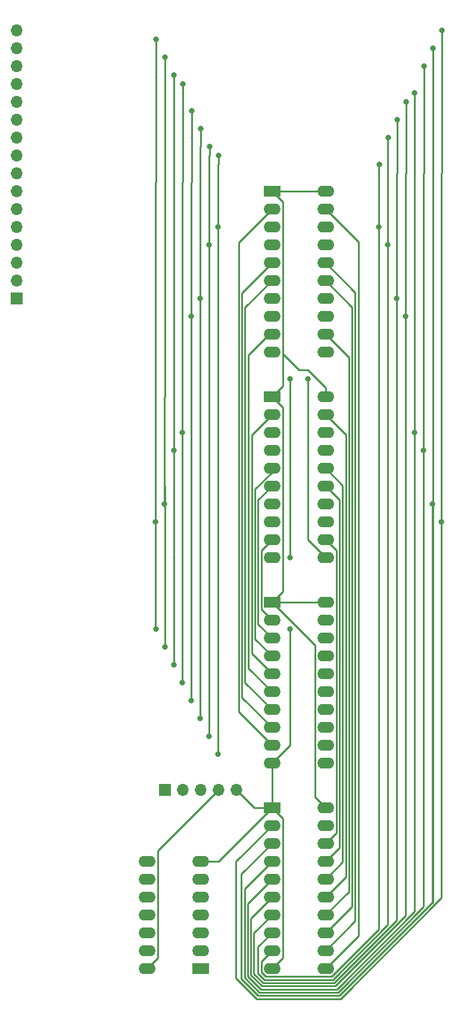
<source format=gbr>
%TF.GenerationSoftware,KiCad,Pcbnew,6.0.8-1.fc36*%
%TF.CreationDate,2022-10-27T22:21:34-04:00*%
%TF.ProjectId,16bit_computer,31366269-745f-4636-9f6d-70757465722e,rev?*%
%TF.SameCoordinates,Original*%
%TF.FileFunction,Copper,L2,Bot*%
%TF.FilePolarity,Positive*%
%FSLAX46Y46*%
G04 Gerber Fmt 4.6, Leading zero omitted, Abs format (unit mm)*
G04 Created by KiCad (PCBNEW 6.0.8-1.fc36) date 2022-10-27 22:21:34*
%MOMM*%
%LPD*%
G01*
G04 APERTURE LIST*
%TA.AperFunction,ComponentPad*%
%ADD10R,2.400000X1.600000*%
%TD*%
%TA.AperFunction,ComponentPad*%
%ADD11O,2.400000X1.600000*%
%TD*%
%TA.AperFunction,ComponentPad*%
%ADD12R,1.700000X1.700000*%
%TD*%
%TA.AperFunction,ComponentPad*%
%ADD13O,1.700000X1.700000*%
%TD*%
%TA.AperFunction,ViaPad*%
%ADD14C,0.800000*%
%TD*%
%TA.AperFunction,Conductor*%
%ADD15C,0.250000*%
%TD*%
G04 APERTURE END LIST*
D10*
%TO.P,U4,1,Dir*%
%TO.N,Vss*%
X62230000Y-158750000D03*
D11*
%TO.P,U4,2*%
%TO.N,/16*%
X62230000Y-161290000D03*
%TO.P,U4,3*%
%TO.N,/14*%
X62230000Y-163830000D03*
%TO.P,U4,4*%
%TO.N,/12*%
X62230000Y-166370000D03*
%TO.P,U4,5*%
%TO.N,/9*%
X62230000Y-168910000D03*
%TO.P,U4,6*%
%TO.N,/8*%
X62230000Y-171450000D03*
%TO.P,U4,7*%
%TO.N,/6*%
X62230000Y-173990000D03*
%TO.P,U4,8*%
%TO.N,/4*%
X62230000Y-176530000D03*
%TO.P,U4,9*%
%TO.N,/1*%
X62230000Y-179070000D03*
%TO.P,U4,10,Vss*%
%TO.N,Vss*%
X62230000Y-181610000D03*
%TO.P,U4,11*%
%TO.N,Net-(D1-Pad2)*%
X69850000Y-181610000D03*
%TO.P,U4,12*%
%TO.N,Net-(D4-Pad2)*%
X69850000Y-179070000D03*
%TO.P,U4,13*%
%TO.N,Net-(D6-Pad2)*%
X69850000Y-176530000D03*
%TO.P,U4,14*%
%TO.N,Net-(D8-Pad2)*%
X69850000Y-173990000D03*
%TO.P,U4,15*%
%TO.N,Net-(D9-Pad2)*%
X69850000Y-171450000D03*
%TO.P,U4,16*%
%TO.N,Net-(D12-Pad2)*%
X69850000Y-168910000D03*
%TO.P,U4,17*%
%TO.N,Net-(D14-Pad2)*%
X69850000Y-166370000D03*
%TO.P,U4,18*%
%TO.N,Net-(D16-Pad2)*%
X69850000Y-163830000D03*
%TO.P,U4,19,~{G}*%
%TO.N,/~{ENABLE}*%
X69850000Y-161290000D03*
%TO.P,U4,20,Vdd*%
%TO.N,Vdd*%
X69850000Y-158750000D03*
%TD*%
D10*
%TO.P,U2,1,~{E}*%
%TO.N,Vdd*%
X62230000Y-71120000D03*
D11*
%TO.P,U2,2*%
%TO.N,Net-(D2-Pad2)*%
X62230000Y-73660000D03*
%TO.P,U2,3*%
%TO.N,/2*%
X62230000Y-76200000D03*
%TO.P,U2,4*%
%TO.N,/3*%
X62230000Y-78740000D03*
%TO.P,U2,5*%
%TO.N,Net-(D3-Pad2)*%
X62230000Y-81280000D03*
%TO.P,U2,6*%
%TO.N,Net-(D5-Pad2)*%
X62230000Y-83820000D03*
%TO.P,U2,7*%
%TO.N,/5*%
X62230000Y-86360000D03*
%TO.P,U2,8*%
%TO.N,/7*%
X62230000Y-88900000D03*
%TO.P,U2,9*%
%TO.N,Net-(D7-Pad2)*%
X62230000Y-91440000D03*
%TO.P,U2,10,Vss*%
%TO.N,Vss*%
X62230000Y-93980000D03*
%TO.P,U2,11,Ck*%
%TO.N,Net-(J3-Pad6)*%
X69850000Y-93980000D03*
%TO.P,U2,12*%
%TO.N,Net-(D8-Pad2)*%
X69850000Y-91440000D03*
%TO.P,U2,13*%
%TO.N,/8*%
X69850000Y-88900000D03*
%TO.P,U2,14*%
%TO.N,/6*%
X69850000Y-86360000D03*
%TO.P,U2,15*%
%TO.N,Net-(D6-Pad2)*%
X69850000Y-83820000D03*
%TO.P,U2,16*%
%TO.N,Net-(D4-Pad2)*%
X69850000Y-81280000D03*
%TO.P,U2,17*%
%TO.N,/4*%
X69850000Y-78740000D03*
%TO.P,U2,18*%
%TO.N,/1*%
X69850000Y-76200000D03*
%TO.P,U2,19*%
%TO.N,Net-(D1-Pad2)*%
X69850000Y-73660000D03*
%TO.P,U2,20,Vdd*%
%TO.N,Vdd*%
X69850000Y-71120000D03*
%TD*%
D10*
%TO.P,J3,1,Pin_1*%
%TO.N,unconnected-(J3-Pad1)*%
X52085000Y-181610000D03*
D11*
%TO.P,J3,2,Pin_2*%
%TO.N,unconnected-(J3-Pad2)*%
X52085000Y-179070000D03*
%TO.P,J3,3,Pin_3*%
%TO.N,unconnected-(J3-Pad3)*%
X52085000Y-176530000D03*
%TO.P,J3,4,Pin_4*%
%TO.N,/CLK*%
X52085000Y-173990000D03*
%TO.P,J3,5,Pin_5*%
%TO.N,/LOAD*%
X52085000Y-171450000D03*
%TO.P,J3,6,Pin_6*%
%TO.N,Net-(J3-Pad6)*%
X52085000Y-168910000D03*
%TO.P,J3,7,Pin_7*%
%TO.N,Vss*%
X52085000Y-166370000D03*
%TO.P,J3,8,Pin_8*%
%TO.N,unconnected-(J3-Pad8)*%
X44465000Y-166370000D03*
%TO.P,J3,9,Pin_9*%
%TO.N,unconnected-(J3-Pad9)*%
X44465000Y-168910000D03*
%TO.P,J3,10,Pin_10*%
%TO.N,unconnected-(J3-Pad10)*%
X44465000Y-171450000D03*
%TO.P,J3,11,Pin_11*%
%TO.N,unconnected-(J3-Pad11)*%
X44465000Y-173990000D03*
%TO.P,J3,12,Pin_12*%
%TO.N,unconnected-(J3-Pad12)*%
X44465000Y-176530000D03*
%TO.P,J3,13,Pin_13*%
%TO.N,unconnected-(J3-Pad13)*%
X44465000Y-179070000D03*
%TO.P,J3,14,Pin_14*%
%TO.N,Vdd*%
X44465000Y-181610000D03*
%TD*%
D12*
%TO.P,J2,1,Pin_1*%
%TO.N,/1*%
X25965000Y-86360000D03*
D13*
%TO.P,J2,2,Pin_2*%
%TO.N,/2*%
X25965000Y-83820000D03*
%TO.P,J2,3,Pin_3*%
%TO.N,/3*%
X25965000Y-81280000D03*
%TO.P,J2,4,Pin_4*%
%TO.N,/4*%
X25965000Y-78740000D03*
%TO.P,J2,5,Pin_5*%
%TO.N,/5*%
X25965000Y-76200000D03*
%TO.P,J2,6,Pin_6*%
%TO.N,/6*%
X25965000Y-73660000D03*
%TO.P,J2,7,Pin_7*%
%TO.N,/7*%
X25965000Y-71120000D03*
%TO.P,J2,8,Pin_8*%
%TO.N,/8*%
X25965000Y-68580000D03*
%TO.P,J2,9,Pin_9*%
%TO.N,/9*%
X25965000Y-66040000D03*
%TO.P,J2,10,Pin_10*%
%TO.N,/10*%
X25965000Y-63500000D03*
%TO.P,J2,11,Pin_11*%
%TO.N,/11*%
X25965000Y-60960000D03*
%TO.P,J2,12,Pin_12*%
%TO.N,/12*%
X25965000Y-58420000D03*
%TO.P,J2,13,Pin_13*%
%TO.N,/13*%
X25965000Y-55880000D03*
%TO.P,J2,14,Pin_14*%
%TO.N,/14*%
X25965000Y-53340000D03*
%TO.P,J2,15,Pin_15*%
%TO.N,/15*%
X25965000Y-50800000D03*
%TO.P,J2,16,Pin_16*%
%TO.N,/16*%
X25965000Y-48260000D03*
%TD*%
D10*
%TO.P,U5,1,Dir*%
%TO.N,Vdd*%
X62230000Y-129540000D03*
D11*
%TO.P,U5,2*%
%TO.N,Net-(D15-Pad2)*%
X62230000Y-132080000D03*
%TO.P,U5,3*%
%TO.N,Net-(D13-Pad2)*%
X62230000Y-134620000D03*
%TO.P,U5,4*%
%TO.N,Net-(D11-Pad2)*%
X62230000Y-137160000D03*
%TO.P,U5,5*%
%TO.N,Net-(D10-Pad2)*%
X62230000Y-139700000D03*
%TO.P,U5,6*%
%TO.N,Net-(D7-Pad2)*%
X62230000Y-142240000D03*
%TO.P,U5,7*%
%TO.N,Net-(D5-Pad2)*%
X62230000Y-144780000D03*
%TO.P,U5,8*%
%TO.N,Net-(D3-Pad2)*%
X62230000Y-147320000D03*
%TO.P,U5,9*%
%TO.N,Net-(D2-Pad2)*%
X62230000Y-149860000D03*
%TO.P,U5,10,Vss*%
%TO.N,Vss*%
X62230000Y-152400000D03*
%TO.P,U5,11*%
%TO.N,/2*%
X69850000Y-152400000D03*
%TO.P,U5,12*%
%TO.N,/3*%
X69850000Y-149860000D03*
%TO.P,U5,13*%
%TO.N,/5*%
X69850000Y-147320000D03*
%TO.P,U5,14*%
%TO.N,/7*%
X69850000Y-144780000D03*
%TO.P,U5,15*%
%TO.N,/10*%
X69850000Y-142240000D03*
%TO.P,U5,16*%
%TO.N,/11*%
X69850000Y-139700000D03*
%TO.P,U5,17*%
%TO.N,/13*%
X69850000Y-137160000D03*
%TO.P,U5,18*%
%TO.N,/15*%
X69850000Y-134620000D03*
%TO.P,U5,19,~{G}*%
%TO.N,/~{ENABLE}*%
X69850000Y-132080000D03*
%TO.P,U5,20,Vdd*%
%TO.N,Vdd*%
X69850000Y-129540000D03*
%TD*%
D12*
%TO.P,J1,1,Pin_1*%
%TO.N,/CLK*%
X46995000Y-156210000D03*
D13*
%TO.P,J1,2,Pin_2*%
%TO.N,/LOAD*%
X49535000Y-156210000D03*
%TO.P,J1,3,Pin_3*%
%TO.N,/~{ENABLE}*%
X52075000Y-156210000D03*
%TO.P,J1,4,Pin_4*%
%TO.N,Vdd*%
X54615000Y-156210000D03*
%TO.P,J1,5,Pin_5*%
%TO.N,Vss*%
X57155000Y-156210000D03*
%TD*%
D10*
%TO.P,U3,1,~{E}*%
%TO.N,Vdd*%
X62230000Y-100330000D03*
D11*
%TO.P,U3,2*%
%TO.N,Net-(D10-Pad2)*%
X62230000Y-102870000D03*
%TO.P,U3,3*%
%TO.N,/10*%
X62230000Y-105410000D03*
%TO.P,U3,4*%
%TO.N,/11*%
X62230000Y-107950000D03*
%TO.P,U3,5*%
%TO.N,Net-(D11-Pad2)*%
X62230000Y-110490000D03*
%TO.P,U3,6*%
%TO.N,Net-(D13-Pad2)*%
X62230000Y-113030000D03*
%TO.P,U3,7*%
%TO.N,/13*%
X62230000Y-115570000D03*
%TO.P,U3,8*%
%TO.N,/15*%
X62230000Y-118110000D03*
%TO.P,U3,9*%
%TO.N,Net-(D15-Pad2)*%
X62230000Y-120650000D03*
%TO.P,U3,10,Vss*%
%TO.N,Vss*%
X62230000Y-123190000D03*
%TO.P,U3,11,Ck*%
%TO.N,Net-(J3-Pad6)*%
X69850000Y-123190000D03*
%TO.P,U3,12*%
%TO.N,Net-(D16-Pad2)*%
X69850000Y-120650000D03*
%TO.P,U3,13*%
%TO.N,/16*%
X69850000Y-118110000D03*
%TO.P,U3,14*%
%TO.N,/14*%
X69850000Y-115570000D03*
%TO.P,U3,15*%
%TO.N,Net-(D14-Pad2)*%
X69850000Y-113030000D03*
%TO.P,U3,16*%
%TO.N,Net-(D12-Pad2)*%
X69850000Y-110490000D03*
%TO.P,U3,17*%
%TO.N,/12*%
X69850000Y-107950000D03*
%TO.P,U3,18*%
%TO.N,/9*%
X69850000Y-105410000D03*
%TO.P,U3,19*%
%TO.N,Net-(D9-Pad2)*%
X69850000Y-102870000D03*
%TO.P,U3,20,Vdd*%
%TO.N,Vdd*%
X69850000Y-100330000D03*
%TD*%
D14*
%TO.N,/2*%
X54610000Y-66040000D03*
%TO.N,/3*%
X53340000Y-64770000D03*
%TO.N,/5*%
X52070000Y-62230000D03*
%TO.N,/7*%
X50800000Y-59690000D03*
%TO.N,/10*%
X49530000Y-55880000D03*
%TO.N,/11*%
X48260000Y-54610000D03*
%TO.N,/13*%
X46990000Y-52070000D03*
%TO.N,/15*%
X45720000Y-49530000D03*
%TO.N,/1*%
X77470000Y-67310000D03*
%TO.N,/9*%
X82540000Y-57160000D03*
%TO.N,/12*%
X83820000Y-53340000D03*
%TO.N,/14*%
X85090000Y-50800000D03*
%TO.N,/16*%
X86360000Y-48260000D03*
%TO.N,/4*%
X78740000Y-63500000D03*
%TO.N,/6*%
X80010000Y-60960000D03*
%TO.N,/8*%
X81280000Y-58420000D03*
%TO.N,/10*%
X49520000Y-105405000D03*
X49520000Y-140965000D03*
%TO.N,/11*%
X48260000Y-138430000D03*
X48255000Y-107950000D03*
%TO.N,/13*%
X46990000Y-135890000D03*
X46980000Y-115565000D03*
%TO.N,/15*%
X45720000Y-133350000D03*
X45710000Y-118105000D03*
%TO.N,/2*%
X54600000Y-76195000D03*
X54600000Y-151125000D03*
%TO.N,/3*%
X53330000Y-78735000D03*
X53330000Y-148585000D03*
%TO.N,/5*%
X52060000Y-146045000D03*
X52060000Y-86355000D03*
%TO.N,/7*%
X50790000Y-143505000D03*
X50790000Y-88895000D03*
%TO.N,/8*%
X81270000Y-88895000D03*
%TO.N,/6*%
X80000000Y-86355000D03*
%TO.N,/4*%
X78730000Y-78735000D03*
%TO.N,/1*%
X77460000Y-76195000D03*
%TO.N,/16*%
X86350000Y-118105000D03*
%TO.N,/14*%
X85080000Y-115565000D03*
%TO.N,/12*%
X83810000Y-107945000D03*
%TO.N,/9*%
X82540000Y-105405000D03*
%TO.N,Vss*%
X64770000Y-123190000D03*
X64770000Y-133350000D03*
X64770000Y-97790000D03*
%TO.N,Net-(J3-Pad6)*%
X67310000Y-97790000D03*
%TD*%
D15*
%TO.N,/2*%
X54610000Y-67310000D02*
X54610000Y-66040000D01*
%TO.N,/3*%
X53330000Y-66050000D02*
X53340000Y-66040000D01*
X53340000Y-66040000D02*
X53340000Y-64770000D01*
%TO.N,/5*%
X52060000Y-64780000D02*
X52070000Y-64770000D01*
X52070000Y-64770000D02*
X52070000Y-62230000D01*
%TO.N,/7*%
X50800000Y-69850000D02*
X50800000Y-59690000D01*
X50790000Y-69860000D02*
X50800000Y-69850000D01*
%TO.N,/10*%
X49530000Y-69850000D02*
X49530000Y-55880000D01*
X49520000Y-69860000D02*
X49530000Y-69850000D01*
%TO.N,/11*%
X48255000Y-54615000D02*
X48260000Y-54610000D01*
X48255000Y-69855000D02*
X48255000Y-54615000D01*
%TO.N,/13*%
X46990000Y-69850000D02*
X46990000Y-52070000D01*
%TO.N,/15*%
X45710000Y-69860000D02*
X45720000Y-69850000D01*
X45710000Y-118105000D02*
X45710000Y-69860000D01*
X45720000Y-69850000D02*
X45720000Y-49530000D01*
%TO.N,/7*%
X50790000Y-88895000D02*
X50790000Y-69860000D01*
%TO.N,/10*%
X49520000Y-105405000D02*
X49520000Y-69860000D01*
%TO.N,/11*%
X48255000Y-107950000D02*
X48255000Y-69855000D01*
%TO.N,/13*%
X46990000Y-100330000D02*
X46990000Y-69850000D01*
%TO.N,/1*%
X77460000Y-76195000D02*
X77460000Y-67320000D01*
X77460000Y-67320000D02*
X77470000Y-67310000D01*
%TO.N,/9*%
X82540000Y-105405000D02*
X82540000Y-57160000D01*
X82540000Y-57160000D02*
X82550000Y-57150000D01*
%TO.N,/12*%
X83810000Y-68590000D02*
X83820000Y-68580000D01*
X83820000Y-68580000D02*
X83820000Y-53340000D01*
%TO.N,/14*%
X85080000Y-172189366D02*
X84184683Y-173084683D01*
X84184683Y-173084683D02*
X71834366Y-185435000D01*
X85090000Y-50800000D02*
X85090000Y-172179366D01*
X85090000Y-172179366D02*
X84184683Y-173084683D01*
%TO.N,/16*%
X86360000Y-57150000D02*
X86360000Y-48260000D01*
X86360000Y-68580000D02*
X86360000Y-57150000D01*
X86360000Y-57150000D02*
X86360000Y-52070000D01*
%TO.N,/4*%
X78730000Y-63510000D02*
X78740000Y-63500000D01*
X78730000Y-68575000D02*
X78730000Y-63510000D01*
%TO.N,/6*%
X80000000Y-68590000D02*
X80010000Y-68580000D01*
X80010000Y-68580000D02*
X80010000Y-60960000D01*
%TO.N,/8*%
X81270000Y-68590000D02*
X81280000Y-68580000D01*
X81280000Y-68580000D02*
X81280000Y-58420000D01*
%TO.N,/10*%
X49520000Y-57160000D02*
X49530000Y-57150000D01*
X49520000Y-105405000D02*
X49520000Y-140965000D01*
X69845000Y-142240000D02*
X69840000Y-142235000D01*
X69850000Y-142240000D02*
X69845000Y-142240000D01*
%TO.N,/11*%
X48255000Y-123180000D02*
X48250000Y-123185000D01*
X48260000Y-138430000D02*
X48260000Y-120650000D01*
X48255000Y-55885000D02*
X48260000Y-55880000D01*
X48255000Y-123185000D02*
X48260000Y-123190000D01*
X48255000Y-107950000D02*
X48255000Y-123180000D01*
X48255000Y-123180000D02*
X48255000Y-123185000D01*
%TO.N,/13*%
X46980000Y-113020000D02*
X46980000Y-100340000D01*
X46990000Y-135890000D02*
X46990000Y-113030000D01*
X46980000Y-115565000D02*
X46980000Y-113020000D01*
X46990000Y-113030000D02*
X46980000Y-113020000D01*
X46980000Y-100340000D02*
X46990000Y-100330000D01*
%TO.N,/15*%
X45720000Y-54854695D02*
X45720000Y-53340000D01*
X45710000Y-133340000D02*
X45720000Y-133350000D01*
X45710000Y-54864695D02*
X45720000Y-54854695D01*
X45710000Y-118105000D02*
X45710000Y-133340000D01*
%TO.N,/2*%
X54600000Y-76195000D02*
X54600000Y-67320000D01*
X54600000Y-67320000D02*
X54610000Y-67310000D01*
X54600000Y-76195000D02*
X54600000Y-151125000D01*
%TO.N,/3*%
X53335000Y-148590000D02*
X53330000Y-148585000D01*
X53330000Y-78735000D02*
X53330000Y-66050000D01*
X53340000Y-148590000D02*
X53335000Y-148590000D01*
X53330000Y-148580000D02*
X53340000Y-148590000D01*
X53330000Y-78735000D02*
X53330000Y-148580000D01*
%TO.N,/5*%
X69845000Y-147320000D02*
X69840000Y-147315000D01*
X52060000Y-86355000D02*
X52060000Y-64780000D01*
X69850000Y-147320000D02*
X69845000Y-147320000D01*
X52060000Y-86355000D02*
X52060000Y-146045000D01*
X62230000Y-86360000D02*
X62225000Y-86360000D01*
X62225000Y-86360000D02*
X62220000Y-86355000D01*
%TO.N,/7*%
X50790000Y-63510000D02*
X50800000Y-63500000D01*
X50790000Y-143505000D02*
X50790000Y-88895000D01*
%TO.N,/8*%
X81270000Y-68590000D02*
X81270000Y-68575000D01*
X81270000Y-174090178D02*
X71275178Y-184085000D01*
X60804822Y-184085000D02*
X59230000Y-182510178D01*
X81270000Y-88895000D02*
X81270000Y-174090178D01*
X71275178Y-184085000D02*
X60804822Y-184085000D01*
X81270000Y-88895000D02*
X81270000Y-68590000D01*
X59230000Y-174450000D02*
X62230000Y-171450000D01*
X59230000Y-182510178D02*
X59230000Y-174450000D01*
%TO.N,/6*%
X59680000Y-176540000D02*
X62230000Y-173990000D01*
X80000000Y-86355000D02*
X80000000Y-68590000D01*
X71088782Y-183635000D02*
X60991218Y-183635000D01*
X80000000Y-174723782D02*
X71088782Y-183635000D01*
X80000000Y-68590000D02*
X80000000Y-68575000D01*
X60991218Y-183635000D02*
X59680000Y-182323782D01*
X59680000Y-182323782D02*
X59680000Y-176540000D01*
X80000000Y-86355000D02*
X80000000Y-174723782D01*
%TO.N,/4*%
X70902386Y-183185000D02*
X61177614Y-183185000D01*
X60255000Y-182262386D02*
X60255000Y-178505000D01*
X78730000Y-78735000D02*
X78730000Y-68575000D01*
X60255000Y-178505000D02*
X62230000Y-176530000D01*
X61177614Y-183185000D02*
X60255000Y-182262386D01*
X78730000Y-78735000D02*
X78730000Y-175357386D01*
X78730000Y-175357386D02*
X70902386Y-183185000D01*
%TO.N,/1*%
X60705000Y-182075990D02*
X60705000Y-180595000D01*
X77460000Y-175990990D02*
X70715990Y-182735000D01*
X61364010Y-182735000D02*
X60705000Y-182075990D01*
X77460000Y-76195000D02*
X77460000Y-175990990D01*
X60705000Y-180595000D02*
X62230000Y-179070000D01*
X70715990Y-182735000D02*
X61364010Y-182735000D01*
%TO.N,Vdd*%
X66040000Y-96520000D02*
X67310000Y-96520000D01*
X63755000Y-94235000D02*
X63755000Y-98805000D01*
X67310000Y-96520000D02*
X69850000Y-99060000D01*
X63755000Y-128015000D02*
X62230000Y-129540000D01*
X45990000Y-180085000D02*
X44465000Y-181610000D01*
X62230000Y-71120000D02*
X69850000Y-71120000D01*
X63755000Y-98805000D02*
X62230000Y-100330000D01*
X69850000Y-99060000D02*
X69850000Y-100330000D01*
X68325000Y-157225000D02*
X69850000Y-158750000D01*
X62230000Y-71120000D02*
X63755000Y-72645000D01*
X62230000Y-129540000D02*
X68325000Y-135635000D01*
X63755000Y-101855000D02*
X63755000Y-128015000D01*
X45990000Y-164835000D02*
X45990000Y-180085000D01*
X62230000Y-129540000D02*
X69850000Y-129540000D01*
X54615000Y-156210000D02*
X45990000Y-164835000D01*
X63755000Y-72645000D02*
X63755000Y-94235000D01*
X62230000Y-100330000D02*
X63755000Y-101855000D01*
X68325000Y-135635000D02*
X68325000Y-157225000D01*
X63755000Y-94235000D02*
X66040000Y-96520000D01*
%TO.N,/16*%
X60059238Y-185885000D02*
X57140000Y-182965762D01*
X57140000Y-182965762D02*
X57140000Y-166380000D01*
X72020762Y-185885000D02*
X60059238Y-185885000D01*
X86350000Y-171555762D02*
X72020762Y-185885000D01*
X86350000Y-118105000D02*
X86350000Y-171555762D01*
X86350000Y-118105000D02*
X86350000Y-68575000D01*
X86355000Y-68575000D02*
X86360000Y-68580000D01*
X86350000Y-68575000D02*
X86355000Y-68575000D01*
X57140000Y-166380000D02*
X62230000Y-161290000D01*
%TO.N,/14*%
X85080000Y-115565000D02*
X85080000Y-172189366D01*
X57880000Y-168180000D02*
X62230000Y-163830000D01*
X57880000Y-183069366D02*
X57880000Y-168180000D01*
X71834366Y-185435000D02*
X60245634Y-185435000D01*
X69845000Y-115570000D02*
X69840000Y-115565000D01*
X69850000Y-115570000D02*
X69845000Y-115570000D01*
X60245634Y-185435000D02*
X57880000Y-183069366D01*
%TO.N,/12*%
X83810000Y-172822970D02*
X71647970Y-184985000D01*
X58330000Y-182882970D02*
X58330000Y-170270000D01*
X83810000Y-107945000D02*
X83810000Y-68590000D01*
X83810000Y-107945000D02*
X83810000Y-172822970D01*
X58330000Y-170270000D02*
X62230000Y-166370000D01*
X60432030Y-184985000D02*
X58330000Y-182882970D01*
X83810000Y-68590000D02*
X83810000Y-68575000D01*
X71647970Y-184985000D02*
X60432030Y-184985000D01*
%TO.N,/9*%
X82540000Y-105405000D02*
X82540000Y-173456574D01*
X60618426Y-184535000D02*
X58780000Y-182696574D01*
X58780000Y-182696574D02*
X58780000Y-172360000D01*
X82540000Y-173456574D02*
X71461574Y-184535000D01*
X71461574Y-184535000D02*
X60618426Y-184535000D01*
X58780000Y-172360000D02*
X62230000Y-168910000D01*
%TO.N,Vss*%
X52085000Y-166370000D02*
X54610000Y-166370000D01*
X59695000Y-158750000D02*
X62230000Y-158750000D01*
X62230000Y-158750000D02*
X62230000Y-152400000D01*
X63755000Y-160275000D02*
X63755000Y-180085000D01*
X64770000Y-149860000D02*
X64770000Y-133350000D01*
X54610000Y-166370000D02*
X62230000Y-158750000D01*
X63755000Y-180085000D02*
X62230000Y-181610000D01*
X57155000Y-156210000D02*
X59695000Y-158750000D01*
X62230000Y-158750000D02*
X63755000Y-160275000D01*
X64770000Y-97790000D02*
X64770000Y-123190000D01*
X62230000Y-152400000D02*
X64770000Y-149860000D01*
%TO.N,Net-(J3-Pad6)*%
X67310000Y-120650000D02*
X69850000Y-123190000D01*
X67310000Y-97790000D02*
X67310000Y-120650000D01*
%TO.N,Net-(D2-Pad2)*%
X57510000Y-78380000D02*
X62230000Y-73660000D01*
X62225000Y-149860000D02*
X57510000Y-145145000D01*
X62230000Y-149860000D02*
X62225000Y-149860000D01*
X57510000Y-145145000D02*
X57510000Y-78380000D01*
%TO.N,Net-(D3-Pad2)*%
X57960000Y-141146396D02*
X57960000Y-140515000D01*
X57960000Y-143055000D02*
X57960000Y-138875000D01*
X62230000Y-147320000D02*
X62225000Y-147320000D01*
X62225000Y-147320000D02*
X57960000Y-143055000D01*
X57960000Y-140515000D02*
X57960000Y-138875000D01*
X57960000Y-85550000D02*
X62230000Y-81280000D01*
X57960000Y-138875000D02*
X57960000Y-85550000D01*
%TO.N,Net-(D5-Pad2)*%
X58410000Y-87640000D02*
X62230000Y-83820000D01*
X62230000Y-144780000D02*
X58410000Y-140960000D01*
X58410000Y-140960000D02*
X58410000Y-87640000D01*
%TO.N,Net-(D7-Pad2)*%
X62230000Y-142240000D02*
X58905000Y-138915000D01*
X61830000Y-91440000D02*
X62230000Y-91440000D01*
X58905000Y-138915000D02*
X58905000Y-94365000D01*
X58905000Y-94365000D02*
X61830000Y-91440000D01*
%TO.N,Net-(D10-Pad2)*%
X62225000Y-139700000D02*
X59355000Y-136830000D01*
X59355000Y-136830000D02*
X59355000Y-105745000D01*
X62230000Y-139700000D02*
X62225000Y-139700000D01*
X59355000Y-105745000D02*
X62230000Y-102870000D01*
%TO.N,Net-(D11-Pad2)*%
X62230000Y-111039010D02*
X62230000Y-110490000D01*
X62225000Y-137160000D02*
X59805000Y-134740000D01*
X62230000Y-137160000D02*
X62225000Y-137160000D01*
X59805000Y-113464010D02*
X62230000Y-111039010D01*
X59805000Y-134740000D02*
X59805000Y-113464010D01*
%TO.N,Net-(D13-Pad2)*%
X60255000Y-132645000D02*
X60255000Y-115005000D01*
X60255000Y-115005000D02*
X62230000Y-113030000D01*
X62230000Y-134620000D02*
X60255000Y-132645000D01*
%TO.N,Net-(D15-Pad2)*%
X60705000Y-122175000D02*
X62230000Y-120650000D01*
X62230000Y-132080000D02*
X60705000Y-130555000D01*
X60705000Y-130555000D02*
X60705000Y-122175000D01*
%TO.N,Net-(D16-Pad2)*%
X69850000Y-120650000D02*
X71375000Y-122175000D01*
X71375000Y-162305000D02*
X69850000Y-163830000D01*
X71375000Y-122175000D02*
X71375000Y-162305000D01*
%TO.N,Net-(D14-Pad2)*%
X71825000Y-164395000D02*
X71825000Y-115005000D01*
X71825000Y-115005000D02*
X69850000Y-113030000D01*
X69850000Y-166370000D02*
X71825000Y-164395000D01*
%TO.N,Net-(D12-Pad2)*%
X69850000Y-168910000D02*
X72275000Y-166485000D01*
X72275000Y-112915000D02*
X69850000Y-110490000D01*
X72275000Y-166485000D02*
X72275000Y-112915000D01*
%TO.N,Net-(D9-Pad2)*%
X72725000Y-168575000D02*
X72725000Y-105745000D01*
X72725000Y-105745000D02*
X69850000Y-102870000D01*
X69850000Y-171450000D02*
X72725000Y-168575000D01*
%TO.N,Net-(D8-Pad2)*%
X69840000Y-173985000D02*
X73175000Y-170650000D01*
X69845000Y-173990000D02*
X69840000Y-173985000D01*
X73175000Y-170650000D02*
X73175000Y-94765000D01*
X73175000Y-94765000D02*
X69850000Y-91440000D01*
X69850000Y-173990000D02*
X69845000Y-173990000D01*
%TO.N,Net-(D6-Pad2)*%
X73625000Y-87595000D02*
X69850000Y-83820000D01*
X69850000Y-176530000D02*
X73625000Y-172755000D01*
X73625000Y-172755000D02*
X73625000Y-87595000D01*
%TO.N,Net-(D4-Pad2)*%
X69850000Y-179070000D02*
X74075000Y-174845000D01*
X74075000Y-174845000D02*
X74075000Y-85505000D01*
X74075000Y-85505000D02*
X69850000Y-81280000D01*
%TO.N,Net-(D1-Pad2)*%
X74525000Y-78335000D02*
X69850000Y-73660000D01*
X74525000Y-176935000D02*
X74525000Y-78335000D01*
X69850000Y-181610000D02*
X74525000Y-176935000D01*
%TD*%
M02*

</source>
